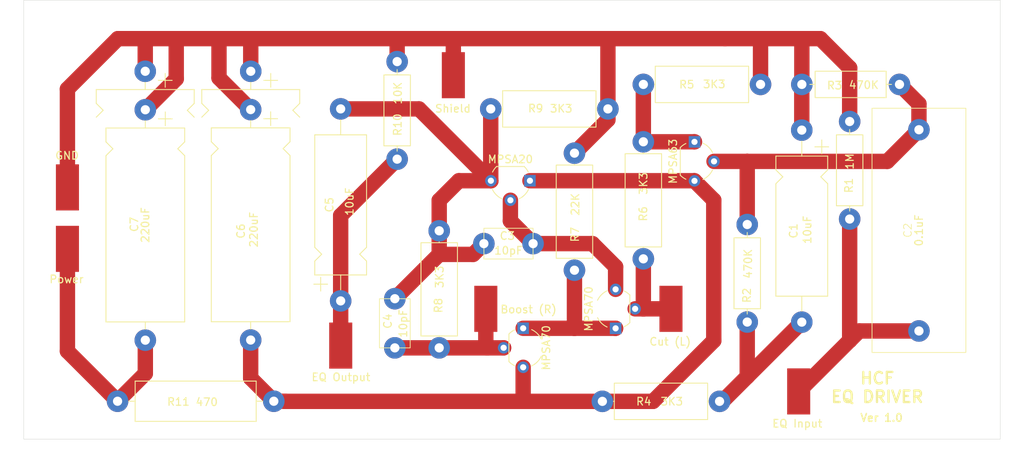
<source format=kicad_pcb>
(kicad_pcb (version 20241229) (generator "pcbnew") (generator_version "9.0")
  (layers (0 "F.Cu" signal) (2 "B.Cu" signal) (13 "F.Paste" user) (15 "B.Paste" user) (5 "F.SilkS" user "F.Silkscreen") (7 "B.SilkS" user "B.Silkscreen") (1 "F.Mask" user) (3 "B.Mask" user) (25 "Edge.Cuts" user))
  (net 0 "")
  (net 1 "Net-(C1-Pad2)")
  (net 2 "GND")
  (net 3 "Net-(C2-Pad1)")
  (net 4 "Net-(Q1-B)")
  (net 5 "Net-(Q2-C)")
  (net 6 "Net-(Q4-C)")
  (net 7 "Net-(Q3-B)")
  (net 8 "Net-(C5-Pad1)")
  (net 9 "Net-(Q1-C)")
  (net 10 "Net-(C7-Pad2)")
  (net 11 "Net-(Q1-E)")
  (net 12 "Net-(Q2-B)")
  (net 13 "Net-(Q2-E)")
  (footprint "HiroFootprints:WirePad" (layer "F.Cu") (at 83.43 98)
    (property "Reference" "TP5" (hide yes))
    (property "Value" "Power" (at -0.12 3.71 0) (layer "F.SilkS"))
    (pad "1" smd rect (at 0 -0.25) (size 3 6) (layers "F.Cu" "F.Mask" "F.Paste") (net 10 "Net-(C7-Pad2)"))
  )
  (footprint "Capacitor_THT:CP_Axial_L30.0mm_D12.5mm_P35.00mm_Horizontal" (layer "F.Cu") (at 107.27 74.63 -90)
    (property "Reference" "REF**" (hide yes))
    (property "Value" "CP_Axial_L30.0mm_D12.5mm_P35.00mm_Horizontal" (hide yes))
    (fp_line (start 2.38 6.37) (end 4.18 6.37) (stroke (width 0.12)) (layer "F.SilkS"))
    (fp_line (start 4.18 6.37) (end 5.08 5.47) (stroke (width 0.12)) (layer "F.SilkS"))
    (fp_line (start 5.08 5.47) (end 5.98 6.37) (stroke (width 0.12)) (layer "F.SilkS"))
    (fp_line (start 1.44 0) (end 2.38 0) (stroke (width 0.12)) (layer "F.SilkS"))
    (fp_line (start 0.28 -2.6) (end 2.08 -2.6) (stroke (width 0.12)) (layer "F.SilkS"))
    (fp_line (start 1.18 -3.5) (end 1.18 -1.7) (stroke (width 0.12)) (layer "F.SilkS"))
    (fp_line (start 5.08 -5.47) (end 5.98 -6.37) (stroke (width 0.12)) (layer "F.SilkS"))
    (fp_line (start 2.38 -6.37) (end 2.38 6.37) (stroke (width 0.12)) (layer "F.SilkS"))
    (fp_line (start 2.38 -6.37) (end 4.18 -6.37) (stroke (width 0.12)) (layer "F.SilkS"))
    (fp_line (start 4.18 -6.37) (end 5.08 -5.47) (stroke (width 0.12)) (layer "F.SilkS"))
    (pad "1" thru_hole circle (at 0 0 270) (size 2.8 2.8) (drill 1.2) (layers "*.Cu" "*.Mask") (net 2 "GND"))
  )
  (footprint "HiroFootprints:WirePad" (layer "F.Cu") (at 178.53 116.56)
    (property "Reference" "TP1" (hide yes))
    (property "Value" "EQ Input" (at -0.18 3.94 0) (layer "F.SilkS"))
    (pad "1" smd rect (at 0 -0.25) (size 3 6) (layers "F.Cu" "F.Mask" "F.Paste") (net 3 "Net-(C2-Pad1)"))
  )
  (footprint "Package_TO_SOT_THT:TO-92_Wide" (layer "F.Cu") (at 142.6975 108.09 -90)
    (property "Reference" "Q3" (hide yes))
    (property "Value" "MPSA70" (at 2.54 -3 90) (layer "F.SilkS"))
    (fp_line (start 0.74 1.85) (end 4.34 1.85) (stroke (width 0.12)) (layer "F.SilkS"))
    (fp_arc (start 0.74 1.85) (mid 0.446097 1.509328) (end 0.215816 1.122795) (stroke (width 0.12)) (layer "F.SilkS"))
    (fp_arc (start 4.864184 1.122795) (mid 4.633903 1.509328) (end 4.34 1.85) (stroke (width 0.12)) (layer "F.SilkS"))
    (fp_arc (start 0.172801 -1.103842) (mid 0.678995 -1.832692) (end 1.4 -2.35) (stroke (width 0.12)) (layer "F.SilkS"))
    (fp_arc (start 3.65 -2.35) (mid 4.382279 -1.833196) (end 4.895458 -1.098371) (stroke (width 0.12)) (layer "F.SilkS"))
    (pad "1" thru_hole rect (at 0 0 270) (size 1.5 1.5) (drill 0.8) (layers "*.Cu" "*.Mask") (net 13 "Net-(Q2-E)"))
    (pad "2" thru_hole circle (at 2.54 2.54 270) (size 1.5 1.5) (drill 0.8) (layers "*.Cu" "*.Mask") (net 7 "Net-(Q3-B)"))
    (pad "3" thru_hole circle (at 5.08 0 270) (size 1.5 1.5) (drill 0.8) (layers "*.Cu" "*.Mask") (net 9 "Net-(Q1-C)"))
  )
  (footprint "MountingHole:MountingHole_4mm" (layer "F.Cu") (at 200.5 118.27)
    (property "Reference" "REF**" (hide yes))
    (property "Value" "MountingHole_4mm")
    (pad "" np_thru_hole circle (at 0 0) (size 4 4) (drill 4) (layers "*.Cu" "*.Mask"))
  )
  (footprint "Capacitor_THT:CP_Axial_L18.0mm_D6.5mm_P25.00mm_Horizontal" (layer "F.Cu") (at 118.9643 104.5272 90)
    (property "Reference" "C5" (at 12.51 -1.4575 90) (layer "F.SilkS"))
    (property "Value" "10uF" (at 12.93 1.1625 90) (layer "F.SilkS"))
    (fp_line (start 2.18 -3.5) (end 2.18 -1.7) (stroke (width 0.12)) (layer "F.SilkS"))
    (fp_line (start 21.62 -3.37) (end 21.62 3.37) (stroke (width 0.12)) (layer "F.SilkS"))
    (fp_line (start 6.98 -3.37) (end 21.62 -3.37) (stroke (width 0.12)) (layer "F.SilkS"))
    (fp_line (start 5.18 -3.37) (end 6.08 -2.47) (stroke (width 0.12)) (layer "F.SilkS"))
    (fp_line (start 3.38 -3.37) (end 5.18 -3.37) (stroke (width 0.12)) (layer "F.SilkS"))
    (fp_line (start 3.38 -3.37) (end 3.38 3.37) (stroke (width 0.12)) (layer "F.SilkS"))
    (fp_line (start 1.28 -2.6) (end 3.08 -2.6) (stroke (width 0.12)) (layer "F.SilkS"))
    (fp_line (start 6.08 -2.47) (end 6.98 -3.37) (stroke (width 0.12)) (layer "F.SilkS"))
    (fp_line (start 23.56 0) (end 21.62 0) (stroke (width 0.12)) (layer "F.SilkS"))
    (fp_line (start 1.44 0) (end 3.38 0) (stroke (width 0.12)) (layer "F.SilkS"))
    (fp_line (start 6.08 2.47) (end 6.98 3.37) (stroke (width 0.12)) (layer "F.SilkS"))
    (fp_line (start 6.98 3.37) (end 21.62 3.37) (stroke (width 0.12)) (layer "F.SilkS"))
    (fp_line (start 5.18 3.37) (end 6.08 2.47) (stroke (width 0.12)) (layer "F.SilkS"))
    (fp_line (start 3.38 3.37) (end 5.18 3.37) (stroke (width 0.12)) (layer "F.SilkS"))
    (pad "1" thru_hole circle (at 0 0 90) (size 2.8 2.8) (drill 1.2) (layers "*.Cu" "*.Mask") (net 8 "Net-(C5-Pad1)"))
    (pad "2" thru_hole circle (at 25 0 90) (size 2.8 2.8) (drill 1.2) (layers "*.Cu" "*.Mask") (net 6 "Net-(Q4-C)"))
  )
  (footprint "Capacitor_THT:CP_Axial_L18.0mm_D6.5mm_P25.00mm_Horizontal" (layer "F.Cu") (at 178.9325 82.29 -90)
    (property "Reference" "C1" (at 13.12 1.0725 90) (layer "F.SilkS"))
    (property "Value" "10uF" (at 12.97 -0.7275 90) (layer "F.SilkS"))
    (fp_line (start 3.38 3.37) (end 5.18 3.37) (stroke (width 0.12)) (layer "F.SilkS"))
    (fp_line (start 5.18 3.37) (end 6.08 2.47) (stroke (width 0.12)) (layer "F.SilkS"))
    (fp_line (start 6.98 3.37) (end 21.62 3.37) (stroke (width 0.12)) (layer "F.SilkS"))
    (fp_line (start 6.08 2.47) (end 6.98 3.37) (stroke (width 0.12)) (layer "F.SilkS"))
    (fp_line (start 1.44 0) (end 3.38 0) (stroke (width 0.12)) (layer "F.SilkS"))
    (fp_line (start 23.56 0) (end 21.62 0) (stroke (width 0.12)) (layer "F.SilkS"))
    (fp_line (start 6.08 -2.47) (end 6.98 -3.37) (stroke (width 0.12)) (layer "F.SilkS"))
    (fp_line (start 1.28 -2.6) (end 3.08 -2.6) (stroke (width 0.12)) (layer "F.SilkS"))
    (fp_line (start 3.38 -3.37) (end 3.38 3.37) (stroke (width 0.12)) (layer "F.SilkS"))
    (fp_line (start 3.38 -3.37) (end 5.18 -3.37) (stroke (width 0.12)) (layer "F.SilkS"))
    (fp_line (start 5.18 -3.37) (end 6.08 -2.47) (stroke (width 0.12)) (layer "F.SilkS"))
    (fp_line (start 6.98 -3.37) (end 21.62 -3.37) (stroke (width 0.12)) (layer "F.SilkS"))
    (fp_line (start 21.62 -3.37) (end 21.62 3.37) (stroke (width 0.12)) (layer "F.SilkS"))
    (fp_line (start 2.18 -3.5) (end 2.18 -1.7) (stroke (width 0.12)) (layer "F.SilkS"))
    (pad "1" thru_hole circle (at 0 0 270) (size 2.8 2.8) (drill 1.2) (layers "*.Cu" "*.Mask") (net 2 "GND"))
    (pad "2" thru_hole circle (at 25 0 270) (size 2.8 2.8) (drill 1.2) (layers "*.Cu" "*.Mask") (net 1 "Net-(C1-Pad2)"))
  )
  (footprint "Resistor_THT:R_Axial_DIN0414_L11.9mm_D4.5mm_P15.24mm_Horizontal" (layer "F.Cu") (at 158.33 76.34)
    (property "Reference" "R5" (at 5.64 0.02 0) (layer "F.SilkS"))
    (property "Value" "3K3" (at 9.22 -0.02 0) (layer "F.SilkS"))
    (fp_line (start 1.44 0) (end 1.55 0) (stroke (width 0.12)) (layer "F.SilkS"))
    (fp_line (start 13.8 0) (end 13.69 0) (stroke (width 0.12)) (layer "F.SilkS"))
    (fp_rect (start 1.55 -2.37) (end 13.69 2.37) (stroke (width 0.12)) (fill no) (layer "F.SilkS"))
    (pad "1" thru_hole circle (at 0 0) (size 2.8 2.8) (drill 1.2) (layers "*.Cu" "*.Mask") (net 11 "Net-(Q1-E)"))
    (pad "2" thru_hole circle (at 15.24 0) (size 2.8 2.8) (drill 1.2) (layers "*.Cu" "*.Mask") (net 2 "GND"))
  )
  (footprint "HiroFootprints:10_47_120_180_250_500pF_1KV_Cer_6.4_4.0_6.4" (layer "F.Cu") (at 126.01 110.64 90)
    (property "Reference" "C4" (at 3.4762 -0.9224 90) (layer "F.SilkS"))
    (property "Value" "10pF" (at 3.1762 1.0876 90) (layer "F.SilkS"))
    (fp_rect (start 0 -2) (end 6.4 2) (stroke (width 0.1)) (fill no) (layer "F.SilkS"))
    (pad "1" thru_hole circle (at 0 0 90) (size 2.8 2.8) (drill 1.2) (layers "*.Cu" "*.Mask") (net 7 "Net-(Q3-B)"))
    (pad "2" thru_hole circle (at 6.4 0 90) (size 2.8 2.8) (drill 1.2) (layers "*.Cu" "*.Mask") (net 6 "Net-(Q4-C)"))
  )
  (footprint "MountingHole:MountingHole_4mm" (layer "F.Cu") (at 200.5 69.63)
    (property "Reference" "REF**" (hide yes))
    (property "Value" "MountingHole_4mm")
    (pad "" np_thru_hole circle (at 0 0) (size 4 4) (drill 4) (layers "*.Cu" "*.Mask"))
  )
  (footprint "HiroFootprints:WirePad" (layer "F.Cu") (at 83.43 90)
    (property "Reference" "TP6" (hide yes))
    (property "Value" "GND" (at -0.05 -4.39 0) (layer "F.SilkS"))
    (pad "1" smd rect (at 0 -0.25) (size 3 6) (layers "F.Cu" "F.Mask" "F.Paste") (net 2 "GND"))
  )
  (footprint "MountingHole:MountingHole_4mm" (layer "F.Cu") (at 82 69.63)
    (property "Reference" "REF**" (hide yes))
    (property "Value" "MountingHole_4mm")
    (pad "" np_thru_hole circle (at 0 0) (size 4 4) (drill 4) (layers "*.Cu" "*.Mask"))
  )
  (footprint "Resistor_THT:R_Axial_DIN0414_L11.9mm_D4.5mm_P15.24mm_Horizontal" (layer "F.Cu") (at 138.48 79.53)
    (property "Reference" "R9" (at 5.84 -0.06 0) (layer "F.SilkS"))
    (property "Value" "3K3" (at 9.17 -0.04 0) (layer "F.SilkS"))
    (fp_line (start 1.44 0) (end 1.55 0) (stroke (width 0.12)) (layer "F.SilkS"))
    (fp_line (start 13.8 0) (end 13.69 0) (stroke (width 0.12)) (layer "F.SilkS"))
    (fp_rect (start 1.55 -2.37) (end 13.69 2.37) (stroke (width 0.12)) (fill no) (layer "F.SilkS"))
    (pad "1" thru_hole circle (at 0 0) (size 2.8 2.8) (drill 1.2) (layers "*.Cu" "*.Mask") (net 6 "Net-(Q4-C)"))
    (pad "2" thru_hole circle (at 15.24 0) (size 2.8 2.8) (drill 1.2) (layers "*.Cu" "*.Mask") (net 2 "GND"))
  )
  (footprint "HiroFootprints:WirePad" (layer "F.Cu") (at 133.62 75.39)
    (property "Reference" "TP7" (hide yes))
    (property "Value" "Shield" (at -0.06 4.1 0) (layer "F.SilkS"))
    (pad "1" smd rect (at 0 -0.25) (size 3 6) (layers "F.Cu" "F.Mask" "F.Paste") (net 2 "GND"))
  )
  (footprint "Resistor_THT:R_Axial_DIN0309_L9.0mm_D3.2mm_P12.70mm_Horizontal" (layer "F.Cu") (at 191.64 76.34 180)
    (property "Reference" "R3" (at 8.44 -0.14 180) (layer "F.SilkS"))
    (property "Value" "470K" (at 4.64 -0.08 180) (layer "F.SilkS"))
    (fp_line (start 11.66 0) (end 10.97 0) (stroke (width 0.12)) (layer "F.SilkS"))
    (fp_line (start 1.04 0) (end 1.73 0) (stroke (width 0.12)) (layer "F.SilkS"))
    (fp_rect (start 1.73 -1.72) (end 10.97 1.72) (stroke (width 0.12)) (fill no) (layer "F.SilkS"))
    (pad "1" thru_hole circle (at 0 0 180) (size 2.8 2.8) (drill 1.2) (layers "*.Cu" "*.Mask") (net 4 "Net-(Q1-B)"))
    (pad "2" thru_hole circle (at 12.7 0 180) (size 2.8 2.8) (drill 1.2) (layers "*.Cu" "*.Mask") (net 2 "GND"))
  )
  (footprint "Resistor_THT:R_Axial_DIN0309_L9.0mm_D3.2mm_P12.70mm_Horizontal" (layer "F.Cu") (at 126.31 86.07 90)
    (property "Reference" "R10" (at 4.48 0.06 90) (layer "F.SilkS"))
    (property "Value" "10K" (at 8.59 0.09 90) (layer "F.SilkS"))
    (fp_line (start 11.66 0) (end 10.97 0) (stroke (width 0.12)) (layer "F.SilkS"))
    (fp_line (start 1.04 0) (end 1.73 0) (stroke (width 0.12)) (layer "F.SilkS"))
    (fp_rect (start 1.73 -1.72) (end 10.97 1.72) (stroke (width 0.12)) (fill no) (layer "F.SilkS"))
    (pad "1" thru_hole circle (at 0 0 90) (size 2.8 2.8) (drill 1.2) (layers "*.Cu" "*.Mask") (net 8 "Net-(C5-Pad1)"))
    (pad "2" thru_hole circle (at 12.7 0 90) (size 2.8 2.8) (drill 1.2) (layers "*.Cu" "*.Mask") (net 2 "GND"))
  )
  (footprint "Resistor_THT:R_Axial_DIN0309_L9.0mm_D3.2mm_P12.70mm_Horizontal" (layer "F.Cu") (at 171.84 107.28 90)
    (property "Reference" "R2" (at 3.47 -0.04 90) (layer "F.SilkS"))
    (property "Value" "470K" (at 7.58 0.11 90) (layer "F.SilkS"))
    (fp_line (start 11.66 0) (end 10.97 0) (stroke (width 0.12)) (layer "F.SilkS"))
    (fp_line (start 1.04 0) (end 1.73 0) (stroke (width 0.12)) (layer "F.SilkS"))
    (fp_rect (start 1.73 -1.72) (end 10.97 1.72) (stroke (width 0.12)) (fill no) (layer "F.SilkS"))
    (pad "1" thru_hole circle (at 0 0 90) (size 2.8 2.8) (drill 1.2) (layers "*.Cu" "*.Mask") (net 1 "Net-(C1-Pad2)"))
    (pad "2" thru_hole circle (at 12.7 0 90) (size 2.8 2.8) (drill 1.2) (layers "*.Cu" "*.Mask") (net 4 "Net-(Q1-B)"))
  )
  (footprint "HiroFootprints:715P10454LAD3" (layer "F.Cu") (at 194.17 108.44 90)
    (property "Reference" "C2" (at 13.1 -1.45 90) (layer "F.SilkS") (effects (font (thickness 0.1))))
    (property "Value" "0.1uF" (at 13.1 0 90) (layer "F.SilkS"))
    (fp_rect (start -2.8 -6.1) (end 29 6.1) (stroke (width 0.1)) (fill no) (layer "F.SilkS"))
    (pad "1" thru_hole circle (at 0 0 90) (size 2.8 2.8) (drill 1.2) (layers "*.Cu" "*.Mask") (net 3 "Net-(C2-Pad1)"))
    (pad "2" thru_hole circle (at 26.2 0 90) (size 2.8 2.8) (drill 1.2) (layers "*.Cu" "*.Mask") (net 4 "Net-(Q1-B)"))
  )
  (footprint "Package_TO_SOT_THT:TO-92_Wide" (layer "F.Cu") (at 143.58 88.88 180)
    (property "Reference" "Q4" (hide yes))
    (property "Value" "MPSA20" (at 2.54 2.79 180) (layer "F.SilkS"))
    (fp_line (start 0.74 1.85) (end 4.34 1.85) (stroke (width 0.12)) (layer "F.SilkS"))
    (fp_arc (start 4.864184 1.122795) (mid 4.633903 1.509328) (end 4.34 1.85) (stroke (width 0.12)) (layer "F.SilkS"))
    (fp_arc (start 3.65 -2.35) (mid 4.382279 -1.833196) (end 4.895458 -1.098371) (stroke (width 0.12)) (layer "F.SilkS"))
    (fp_arc (start 0.74 1.85) (mid 0.446097 1.509328) (end 0.215816 1.122795) (stroke (width 0.12)) (layer "F.SilkS"))
    (fp_arc (start 0.172801 -1.103842) (mid 0.678995 -1.832692) (end 1.4 -2.35) (stroke (width 0.12)) (layer "F.SilkS"))
    (pad "1" thru_hole rect (at 0 0 180) (size 1.5 1.5) (drill 0.8) (layers "*.Cu" "*.Mask") (net 9 "Net-(Q1-C)"))
    (pad "2" thru_hole circle (at 2.54 -2.54 180) (size 1.5 1.5) (drill 0.8) (layers "*.Cu" "*.Mask") (net 5 "Net-(Q2-C)"))
    (pad "3" thru_hole circle (at 5.08 0 180) (size 1.5 1.5) (drill 0.8) (layers "*.Cu" "*.Mask") (net 6 "Net-(Q4-C)"))
  )
  (footprint "Resistor_THT:R_Axial_DIN0414_L11.9mm_D4.5mm_P15.24mm_Horizontal" (layer "F.Cu") (at 149.37 100.53 90)
    (property "Reference" "R7" (at 4.65 0.07 90) (layer "F.SilkS"))
    (property "Value" "22K" (at 8.57 0.11 90) (layer "F.SilkS"))
    (fp_line (start 13.8 0) (end 13.69 0) (stroke (width 0.12)) (layer "F.SilkS"))
    (fp_line (start 1.44 0) (end 1.55 0) (stroke (width 0.12)) (layer "F.SilkS"))
    (fp_rect (start 1.55 -2.37) (end 13.69 2.37) (stroke (width 0.12)) (fill no) (layer "F.SilkS"))
    (pad "1" thru_hole circle (at 0 0 90) (size 2.8 2.8) (drill 1.2) (layers "*.Cu" "*.Mask") (net 13 "Net-(Q2-E)"))
    (pad "2" thru_hole circle (at 15.24 0 90) (size 2.8 2.8) (drill 1.2) (layers "*.Cu" "*.Mask") (net 2 "GND"))
  )
  (footprint "Package_TO_SOT_THT:TO-92_Wide" (layer "F.Cu") (at 164.98 83.82 -90)
    (property "Reference" "Q1" (hide yes))
    (property "Value" "MPSA63" (at 2.54 2.79 90) (layer "F.SilkS"))
    (fp_line (start 0.74 1.85) (end 4.34 1.85) (stroke (width 0.12)) (layer "F.SilkS"))
    (fp_arc (start 0.74 1.85) (mid 0.446097 1.509328) (end 0.215816 1.122795) (stroke (width 0.12)) (layer "F.SilkS"))
    (fp_arc (start 4.864184 1.122795) (mid 4.633903 1.509328) (end 4.34 1.85) (stroke (width 0.12)) (layer "F.SilkS"))
    (fp_arc (start 0.172801 -1.103842) (mid 0.678995 -1.832692) (end 1.4 -2.35) (stroke (width 0.12)) (layer "F.SilkS"))
    (fp_arc (start 3.65 -2.35) (mid 4.382279 -1.833196) (end 4.895458 -1.098371) (stroke (width 0.12)) (layer "F.SilkS"))
    (pad "1" thru_hole rect (at 0 0 270) (size 1.5 1.5) (drill 0.8) (layers "*.Cu" "*.Mask") (net 11 "Net-(Q1-E)"))
    (pad "2" thru_hole circle (at 2.54 -2.54 270) (size 1.5 1.5) (drill 0.8) (layers "*.Cu" "*.Mask") (net 4 "Net-(Q1-B)"))
    (pad "3" thru_hole circle (at 5.08 0 270) (size 1.5 1.5) (drill 0.8) (layers "*.Cu" "*.Mask") (net 9 "Net-(Q1-C)"))
  )
  (footprint "MountingHole:MountingHole_4mm" (layer "F.Cu") (at 82 118.27)
    (property "Reference" "REF**" (hide yes))
    (property "Value" "MountingHole_4mm")
    (pad "" np_thru_hole circle (at 0 0) (size 4 4) (drill 4) (layers "*.Cu" "*.Mask"))
  )
  (footprint "Resistor_THT:R_Axial_DIN0414_L11.9mm_D4.5mm_P15.24mm_Horizontal" (layer "F.Cu") (at 158.33 99.05 90)
    (property "Reference" "R6" (at 5.86 -0.02 90) (layer "F.SilkS"))
    (property "Value" "3K3" (at 9.82 0.01 90) (layer "F.SilkS"))
    (fp_line (start 13.8 0) (end 13.69 0) (stroke (width 0.12)) (layer "F.SilkS"))
    (fp_line (start 1.44 0) (end 1.55 0) (stroke (width 0.12)) (layer "F.SilkS"))
    (fp_rect (start 1.55 -2.37) (end 13.69 2.37) (stroke (width 0.12)) (fill no) (layer "F.SilkS"))
    (pad "1" thru_hole circle (at 0 0 90) (size 2.8 2.8) (drill 1.2) (layers "*.Cu" "*.Mask") (net 12 "Net-(Q2-B)"))
    (pad "2" thru_hole circle (at 15.24 0 90) (size 2.8 2.8) (drill 1.2) (layers "*.Cu" "*.Mask") (net 11 "Net-(Q1-E)"))
  )
  (footprint "HiroFootprints:WirePad" (layer "F.Cu") (at 161.92 105.81)
    (property "Reference" "TP2" (hide yes))
    (property "Value" "Cut (L)" (at -0.1 4.02 0) (layer "F.SilkS"))
    (pad "1" smd rect (at 0 -0.25) (size 3 6) (layers "F.Cu" "F.Mask" "F.Paste") (net 12 "Net-(Q2-B)"))
  )
  (footprint "Package_TO_SOT_THT:TO-92_Wide" (layer "F.Cu") (at 154.72 108.1 90)
    (property "Reference" "Q2" (hide yes))
    (property "Value" "MPSA70" (at 2.54 -3.5 90) (layer "F.SilkS"))
    (fp_line (start 0.74 1.85) (end 4.34 1.85) (stroke (width 0.12)) (layer "F.SilkS"))
    (fp_arc (start 3.65 -2.35) (mid 4.382279 -1.833196) (end 4.895458 -1.098371) (stroke (width 0.12)) (layer "F.SilkS"))
    (fp_arc (start 0.172801 -1.103842) (mid 0.678995 -1.832692) (end 1.4 -2.35) (stroke (width 0.12)) (layer "F.SilkS"))
    (fp_arc (start 4.864184 1.122795) (mid 4.633903 1.509328) (end 4.34 1.85) (stroke (width 0.12)) (layer "F.SilkS"))
    (fp_arc (start 0.74 1.85) (mid 0.446097 1.509328) (end 0.215816 1.122795) (stroke (width 0.12)) (layer "F.SilkS"))
    (pad "1" thru_hole rect (at 0 0 90) (size 1.5 1.5) (drill 0.8) (layers "*.Cu" "*.Mask") (net 13 "Net-(Q2-E)"))
    (pad "2" thru_hole circle (at 2.54 2.54 90) (size 1.5 1.5) (drill 0.8) (layers "*.Cu" "*.Mask") (net 12 "Net-(Q2-B)"))
    (pad "3" thru_hole circle (at 5.08 0 90) (size 1.5 1.5) (drill 0.8) (layers "*.Cu" "*.Mask") (net 5 "Net-(Q2-C)"))
  )
  (footprint "HiroFootprints:WirePad" (layer "F.Cu") (at 118.9722 110.5946)
    (property "Reference" "TP4" (hide yes))
    (property "Value" "EQ Output" (at 0.0278 3.8654 0) (layer "F.SilkS"))
    (pad "1" smd rect (at 0 -0.25) (size 3 6) (layers "F.Cu" "F.Mask" "F.Paste") (net 8 "Net-(C5-Pad1)"))
  )
  (footprint "Capacitor_THT:CP_Axial_L25.0mm_D10.0mm_P30.00mm_Horizontal" (layer "F.Cu") (at 93.56 79.64 -90)
    (property "Reference" "C7" (at 14.92 1.44 90) (layer "F.SilkS"))
    (property "Value" "220uF" (at 15 0 90) (layer "F.SilkS"))
    (fp_line (start 2.38 5.12) (end 4.18 5.12) (stroke (width 0.12)) (layer "F.SilkS"))
    (fp_line (start 4.18 5.12) (end 5.08 4.22) (stroke (width 0.12)) (layer "F.SilkS"))
    (fp_line (start 5.98 5.12) (end 27.62 5.12) (stroke (width 0.12)) (layer "F.SilkS"))
    (fp_line (start 5.08 4.22) (end 5.98 5.12) (stroke (width 0.12)) (layer "F.SilkS"))
    (fp_line (start 1.44 0) (end 2.38 0) (stroke (width 0.12)) (layer "F.SilkS"))
    (fp_line (start 28.56 0) (end 27.62 0) (stroke (width 0.12)) (layer "F.SilkS"))
    (fp_line (start 0.28 -2.6) (end 2.08 -2.6) (stroke (width 0.12)) (layer "F.SilkS"))
    (fp_line (start 1.18 -3.5) (end 1.18 -1.7) (stroke (width 0.12)) (layer "F.SilkS"))
    (fp_line (start 5.08 -4.22) (end 5.98 -5.12) (stroke (width 0.12)) (layer "F.SilkS"))
    (fp_line (start 2.38 -5.12) (end 2.38 5.12) (stroke (width 0.12)) (layer "F.SilkS"))
    (fp_line (start 2.38 -5.12) (end 4.18 -5.12) (stroke (width 0.12)) (layer "F.SilkS"))
    (fp_line (start 4.18 -5.12) (end 5.08 -4.22) (stroke (width 0.12)) (layer "F.SilkS"))
    (fp_line (start 5.98 -5.12) (end 27.62 -5.12) (stroke (width 0.12)) (layer "F.SilkS"))
    (fp_line (start 27.62 -5.12) (end 27.62 5.12) (stroke (width 0.12)) (layer "F.SilkS"))
    (pad "1" thru_hole circle (at 0 0 270) (size 2.8 2.8) (drill 1.2) (layers "*.Cu" "*.Mask") (net 2 "GND"))
    (pad "2" thru_hole circle (at 30 0 270) (size 2.8 2.8) (drill 1.2) (layers "*.Cu" "*.Mask") (net 10 "Net-(C7-Pad2)"))
  )
  (footprint "Resistor_THT:R_Axial_DIN0414_L11.9mm_D4.5mm_P15.24mm_Horizontal" (layer "F.Cu") (at 168.24 117.605 180)
    (property "Reference" "R4" (at 9.86 -0.025 180) (layer "F.SilkS"))
    (property "Value" "3K3" (at 6.21 -0.025 180) (layer "F.SilkS"))
    (fp_line (start 13.8 0) (end 13.69 0) (stroke (width 0.12)) (layer "F.SilkS"))
    (fp_line (start 1.44 0) (end 1.55 0) (stroke (width 0.12)) (layer "F.SilkS"))
    (fp_rect (start 1.55 -2.37) (end 13.69 2.37) (stroke (width 0.12)) (fill no) (layer "F.SilkS"))
    (pad "1" thru_hole circle (at 0 0 180) (size 2.8 2.8) (drill 1.2) (layers "*.Cu" "*.Mask") (net 1 "Net-(C1-Pad2)"))
    (pad "2" thru_hole circle (at 15.24 0 180) (size 2.8 2.8) (drill 1.2) (layers "*.Cu" "*.Mask") (net 9 "Net-(Q1-C)"))
  )
  (footprint "Resistor_THT:R_Axial_DIN0516_L15.5mm_D5.0mm_P20.32mm_Horizontal" (layer "F.Cu") (at 110.27 117.59 180)
    (property "Reference" "R11" (at 12.41 -0.07 180) (layer "F.SilkS"))
    (property "Value" "470" (at 8.72 -0.11 180) (layer "F.SilkS"))
    (fp_line (start 18.88 0) (end 18.03 0) (stroke (width 0.12)) (layer "F.SilkS"))
    (fp_line (start 18.03 2.62) (end 18.03 -2.62) (stroke (width 0.12)) (layer "F.SilkS"))
    (fp_line (start 18.03 -2.62) (end 2.29 -2.62) (stroke (width 0.12)) (layer "F.SilkS"))
    (fp_line (start 2.29 2.62) (end 18.03 2.62) (stroke (width 0.12)) (layer "F.SilkS"))
    (fp_line (start 2.29 -2.62) (end 2.29 2.62) (stroke (width 0.12)) (layer "F.SilkS"))
    (fp_line (start 1.44 0) (end 2.29 0) (stroke (width 0.12)) (layer "F.SilkS"))
    (pad "1" thru_hole circle (at 0 0 180) (size 2.8 2.8) (drill 1.2) (layers "*.Cu" "*.Mask") (net 9 "Net-(Q1-C)"))
    (pad "2" thru_hole circle (at 20.32 0 180) (size 2.8 2.8) (drill 1.2) (layers "*.Cu" "*.Mask") (net 10 "Net-(C7-Pad2)"))
  )
  (footprint "Capacitor_THT:CP_Axial_L25.0mm_D10.0mm_P30.00mm_Horizontal" (layer "F.Cu") (at 107.26 79.62 -90)
    (property "Reference" "C6" (at 15.82 1.27 90) (layer "F.SilkS"))
    (property "Value" "220uF" (at 15.62 -0.41 90) (layer "F.SilkS"))
    (fp_line (start 2.38 5.12) (end 4.18 5.12) (stroke (width 0.12)) (layer "F.SilkS"))
    (fp_line (start 4.18 5.12) (end 5.08 4.22) (stroke (width 0.12)) (layer "F.SilkS"))
    (fp_line (start 5.98 5.12) (end 27.62 5.12) (stroke (width 0.12)) (layer "F.SilkS"))
    (fp_line (start 5.08 4.22) (end 5.98 5.12) (stroke (width 0.12)) (layer "F.SilkS"))
    (fp_line (start 1.44 0) (end 2.38 0) (stroke (width 0.12)) (layer "F.SilkS"))
    (fp_line (start 28.56 0) (end 27.62 0) (stroke (width 0.12)) (layer "F.SilkS"))
    (fp_line (start 0.28 -2.6) (end 2.08 -2.6) (stroke (width 0.12)) (layer "F.SilkS"))
    (fp_line (start 1.18 -3.5) (end 1.18 -1.7) (stroke (width 0.12)) (layer "F.SilkS"))
    (fp_line (start 5.08 -4.22) (end 5.98 -5.12) (stroke (width 0.12)) (layer "F.SilkS"))
    (fp_line (start 2.38 -5.12) (end 2.38 5.12) (stroke (width 0.12)) (layer "F.SilkS"))
    (fp_line (start 2.38 -5.12) (end 4.18 -5.12) (stroke (width 0.12)) (layer "F.SilkS"))
    (fp_line (start 4.18 -5.12) (end 5.08 -4.22) (stroke (width 0.12)) (layer "F.SilkS"))
    (fp_line (start 5.98 -5.12) (end 27.62 -5.12) (stroke (width 0.12)) (layer "F.SilkS"))
    (fp_line (start 27.62 -5.12) (end 27.62 5.12) (stroke (width 0.12)) (layer "F.SilkS"))
    (pad "1" thru_hole circle (at 0 0 270) (size 2.8 2.8) (drill 1.2) (layers "*.Cu" "*.Mask") (net 2 "GND"))
    (pad "2" thru_hole circle (at 30 0 270) (size 2.8 2.8) (drill 1.2) (layers "*.Cu" "*.Mask") (net 9 "Net-(Q1-C)"))
  )
  (footprint "Resistor_THT:R_Axial_DIN0309_L9.0mm_D3.2mm_P12.70mm_Horizontal" (layer "F.Cu") (at 185.16 93.87 90)
    (property "Reference" "R1" (at 4.37 -0.1 90) (layer "F.SilkS"))
    (property "Value" "1M" (at 7.5 0.01 90) (layer "F.SilkS"))
    (fp_line (start 11.66 0) (end 10.97 0) (stroke (width 0.12)) (layer "F.SilkS"))
    (fp_line (start 1.04 0) (end 1.73 0) (stroke (width 0.12)) (layer "F.SilkS"))
    (fp_rect (start 1.73 -1.72) (end 10.97 1.72) (stroke (width 0.12)) (fill no) (layer "F.SilkS"))
    (pad "1" thru_hole circle (at 0 0 90) (size 2.8 2.8) (drill 1.2) (layers "*.Cu" "*.Mask") (net 3 "Net-(C2-Pad1)"))
    (pad "2" thru_hole circle (at 12.7 0 90) (size 2.8 2.8) (drill 1.2) (layers "*.Cu" "*.Mask") (net 2 "GND"))
  )
  (footprint "Capacitor_THT:CP_Axial_L30.0mm_D12.5mm_P35.00mm_Horizontal" (layer "F.Cu") (at 93.55 74.63 -90)
    (property "Reference" "REF**" (hide yes))
    (property "Value" "CP_Axial_L30.0mm_D12.5mm_P35.00mm_Horizontal" (hide yes))
    (fp_line (start 2.38 6.37) (end 4.18 6.37) (stroke (width 0.12)) (layer "F.SilkS"))
    (fp_line (start 4.18 6.37) (end 5.08 5.47) (stroke (width 0.12)) (layer "F.SilkS"))
    (fp_line (start 5.08 5.47) (end 5.98 6.37) (stroke (width 0.12)) (layer "F.SilkS"))
    (fp_line (start 1.44 0) (end 2.38 0) (stroke (width 0.12)) (layer "F.SilkS"))
    (fp_line (start 0.28 -2.6) (end 2.08 -2.6) (stroke (width 0.12)) (layer "F.SilkS"))
    (fp_line (start 1.18 -3.5) (end 1.18 -1.7) (stroke (width 0.12)) (layer "F.SilkS"))
    (fp_line (start 5.08 -5.47) (end 5.98 -6.37) (stroke (width 0.12)) (layer "F.SilkS"))
    (fp_line (start 2.38 -6.37) (end 2.38 6.37) (stroke (width 0.12)) (layer "F.SilkS"))
    (fp_line (start 2.38 -6.37) (end 4.18 -6.37) (stroke (width 0.12)) (layer "F.SilkS"))
    (fp_line (start 4.18 -6.37) (end 5.08 -5.47) (stroke (width 0.12)) (layer "F.SilkS"))
    (pad "1" thru_hole circle (at 0 0 270) (size 2.8 2.8) (drill 1.2) (layers "*.Cu" "*.Mask") (net 2 "GND"))
  )
  (footprint "Resistor_THT:R_Axial_DIN0414_L11.9mm_D4.5mm_P15.24mm_Horizontal" (layer "F.Cu") (at 131.78 110.64 90)
    (property "Reference" "R8" (at 5.51 -0.1 90) (layer "F.SilkS"))
    (property "Value" "3K3" (at 9.24 0.05 90) (layer "F.SilkS"))
    (fp_line (start 13.8 0) (end 13.69 0) (stroke (width 0.12)) (layer "F.SilkS"))
    (fp_line (start 1.44 0) (end 1.55 0) (stroke (width 0.12)) (layer "F.SilkS"))
    (fp_rect (start 1.55 -2.37) (end 13.69 2.37) (stroke (width 0.12)) (fill no) (layer "F.SilkS"))
    (pad "1" thru_hole circle (at 0 0 90) (size 2.8 2.8) (drill 1.2) (layers "*.Cu" "*.Mask") (net 7 "Net-(Q3-B)"))
    (pad "2" thru_hole circle (at 15.24 0 90) (size 2.8 2.8) (drill 1.2) (layers "*.Cu" "*.Mask") (net 6 "Net-(Q4-C)"))
  )
  (footprint "HiroFootprints:10_47_120_180_250_500pF_1KV_Cer_6.4_4.0_6.4" (layer "F.Cu") (at 143.99 97.07 180)
    (property "Reference" "C3" (at 3.35 1.01 180) (layer "F.SilkS"))
    (property "Value" "10pF" (at 3.2 -0.91 180) (layer "F.SilkS"))
    (fp_rect (start 0 -2) (end 6.4 2) (stroke (width 0.1)) (fill no) (layer "F.SilkS"))
    (pad "1" thru_hole circle (at 0 0 180) (size 2.8 2.8) (drill 1.2) (layers "*.Cu" "*.Mask") (net 5 "Net-(Q2-C)"))
    (pad "2" thru_hole circle (at 6.4 0 180) (size 2.8 2.8) (drill 1.2) (layers "*.Cu" "*.Mask") (net 6 "Net-(Q4-C)"))
  )
  (footprint "HiroFootprints:WirePad" (layer "F.Cu") (at 137.84 105.81)
    (property "Reference" "TP3" (hide yes))
    (property "Value" "Boost (R)" (at 5.56 -0.18 0) (layer "F.SilkS"))
    (pad "1" smd rect (at 0 -0.25) (size 3 6) (layers "F.Cu" "F.Mask" "F.Paste") (net 7 "Net-(Q3-B)"))
  )
  (gr_rect (start 77.75 65.375) (end 204.75 122.525) (stroke (width 0.05)) (fill no) (layer "Edge.Cuts"))
  (gr_text "Ver 1.0" (at 186.44 120.33 0) (layer "F.SilkS") (effects (font (size 1 1) (thickness 0.2) (bold yes)) (justify left bottom)))
  (gr_text "HCF\nEQ DRIVER" (at 188.75 117.89 0) (layer "F.SilkS") (effects (font (size 1.5 1.5) (thickness 0.3) (bold yes)) (justify bottom)))
  (segment (start 178.9325 107.29) (end 171.83625 114.38625) (width 2) (layer "F.Cu") (net 1))
  (segment (start 171.83625 114.38625) (end 168.6175 117.605) (width 2) (layer "F.Cu") (net 1))
  (segment (start 171.84 114.3825) (end 171.83625 114.38625) (width 2) (layer "F.Cu") (net 1))
  (segment (start 171.84 107.28) (end 171.84 114.3825) (width 2) (layer "F.Cu") (net 1))
  (segment (start 168.6175 117.605) (end 168.24 117.605) (width 2) (layer "F.Cu") (net 1))
  (segment (start 153.72 70.38) (end 168.94 70.38) (width 2) (layer "F.Cu") (net 2))
  (segment (start 93.56 79.64) (end 97.58 75.62) (width 2) (layer "F.Cu") (net 2))
  (segment (start 153.72 80.94) (end 149.37 85.29) (width 2) (layer "F.Cu") (net 2))
  (segment (start 153.72 79.53) (end 153.72 70.38) (width 2) (layer "F.Cu") (net 2))
  (segment (start 178.94 70.38) (end 173.55 70.38) (width 2) (layer "F.Cu") (net 2))
  (segment (start 153.72 79.53) (end 153.72 80.94) (width 2) (layer "F.Cu") (net 2))
  (segment (start 89.99 70.38) (end 93.55 70.38) (width 2) (layer "F.Cu") (net 2))
  (segment (start 126.31 70.38) (end 126.31 73.37) (width 2) (layer "F.Cu") (net 2))
  (segment (start 178.9325 76.3475) (end 178.94 76.34) (width 2) (layer "F.Cu") (net 2))
  (segment (start 181.35 70.38) (end 185.16 74.19) (width 2) (layer "F.Cu") (net 2))
  (segment (start 107.26 79.62) (end 103.14 75.5) (width 2) (layer "F.Cu") (net 2))
  (segment (start 93.55 70.38) (end 97.58 70.38) (width 2) (layer "F.Cu") (net 2))
  (segment (start 107.26 70.38) (end 126.31 70.38) (width 2) (layer "F.Cu") (net 2))
  (segment (start 97.58 75.62) (end 97.58 70.38) (width 2) (layer "F.Cu") (net 2))
  (segment (start 97.58 70.38) (end 103.12 70.38) (width 2) (layer "F.Cu") (net 2))
  (segment (start 173.57 76.34) (end 173.57 70.4) (width 2) (layer "F.Cu") (net 2))
  (segment (start 126.31 70.38) (end 133.62 70.38) (width 2) (layer "F.Cu") (net 2))
  (segment (start 93.55 74.63) (end 93.55 70.38) (width 2) (layer "F.Cu") (net 2))
  (segment (start 173.57 70.4) (end 173.55 70.38) (width 2) (layer "F.Cu") (net 2))
  (segment (start 83.43 76.94) (end 89.99 70.38) (width 2) (layer "F.Cu") (net 2))
  (segment (start 103.12 70.38) (end 107.26 70.38) (width 2) (layer "F.Cu") (net 2))
  (segment (start 103.14 70.4) (end 103.12 70.38) (width 2) (layer "F.Cu") (net 2))
  (segment (start 133.62 75.14) (end 133.62 70.38) (width 2) (layer "F.Cu") (net 2))
  (segment (start 181.35 70.38) (end 178.94 70.38) (width 2) (layer "F.Cu") (net 2))
  (segment (start 178.9325 82.29) (end 178.9325 76.3475) (width 2) (layer "F.Cu") (net 2))
  (segment (start 83.43 76.94) (end 83.43 90) (width 2) (layer "F.Cu") (net 2))
  (segment (start 133.62 70.38) (end 153.72 70.38) (width 2) (layer "F.Cu") (net 2))
  (segment (start 185.16 74.19) (end 185.16 81.17) (width 2) (layer "F.Cu") (net 2))
  (segment (start 178.94 76.34) (end 178.94 70.38) (width 2) (layer "F.Cu") (net 2))
  (segment (start 107.27 70.39) (end 107.26 70.38) (width 2) (layer "F.Cu") (net 2))
  (segment (start 168.94 70.38) (end 173.55 70.38) (width 2) (layer "F.Cu") (net 2))
  (segment (start 103.14 75.5) (end 103.14 70.4) (width 2) (layer "F.Cu") (net 2))
  (segment (start 107.27 74.63) (end 107.27 70.39) (width 2) (layer "F.Cu") (net 2))
  (segment (start 185.17 109.68) (end 186.41 108.44) (width 2) (layer "F.Cu") (net 3))
  (segment (start 185.16 93.87) (end 185.16 109.68) (width 2) (layer "F.Cu") (net 3))
  (segment (start 185.16 109.68) (end 178.53 116.31) (width 2) (layer "F.Cu") (net 3))
  (segment (start 186.41 108.44) (end 194.17 108.44) (width 2) (layer "F.Cu") (net 3))
  (segment (start 185.16 109.68) (end 185.17 109.68) (width 2) (layer "F.Cu") (net 3))
  (segment (start 191.64 76.34) (end 194.17 78.87) (width 2) (layer "F.Cu") (net 4))
  (segment (start 194.17 78.87) (end 194.17 82.24) (width 2) (layer "F.Cu") (net 4))
  (segment (start 194.17 82.24) (end 190.05 86.36) (width 2) (layer "F.Cu") (net 4))
  (segment (start 171.84 86.36) (end 167.52 86.36) (width 2) (layer "F.Cu") (net 4))
  (segment (start 171.84 94.58) (end 171.84 86.36) (width 2) (layer "F.Cu") (net 4))
  (segment (start 190.05 86.36) (end 171.84 86.36) (width 2) (layer "F.Cu") (net 4))
  (segment (start 141.04 91.42) (end 141.04 94.12) (width 2) (layer "F.Cu") (net 5))
  (segment (start 141.04 94.12) (end 143.99 97.07) (width 2) (layer "F.Cu") (net 5))
  (segment (start 154.72 100.08) (end 151.71 97.07) (width 2) (layer "F.Cu") (net 5))
  (segment (start 151.71 97.07) (end 143.99 97.07) (width 2) (layer "F.Cu") (net 5))
  (segment (start 154.72 103.02) (end 154.72 100.08) (width 2) (layer "F.Cu") (net 5))
  (segment (start 131.78 98.47) (end 136.190001 98.469999) (width 2) (layer "F.Cu") (net 6))
  (segment (start 131.78 98.47) (end 126.01 104.24) (width 2) (layer "F.Cu") (net 6))
  (segment (start 118.9671 79.53) (end 118.9643 79.5272) (width 2) (layer "F.Cu") (net 6))
  (segment (start 118.9643 79.5272) (end 129.1472 79.5272) (width 2) (layer "F.Cu") (net 6))
  (segment (start 131.78 95.4) (end 131.78 91.44) (width 2) (layer "F.Cu") (net 6))
  (segment (start 138.48 79.53) (end 138.48 88.86) (width 2) (layer "F.Cu") (net 6))
  (segment (start 134.34 88.88) (end 138.5 88.88) (width 2) (layer "F.Cu") (net 6))
  (segment (start 136.190001 98.469999) (end 137.59 97.07) (width 2) (layer "F.Cu") (net 6))
  (segment (start 129.1472 79.5272) (end 138.5 88.88) (width 2) (layer "F.Cu") (net 6))
  (segment (start 138.48 88.86) (end 138.5 88.88) (width 2) (layer "F.Cu") (net 6))
  (segment (start 131.78 95.4) (end 131.78 98.47) (width 2) (layer "F.Cu") (net 6))
  (segment (start 131.78 91.44) (end 134.34 88.88) (width 2) (layer "F.Cu") (net 6))
  (segment (start 140.1475 110.64) (end 140.1575 110.63) (width 2) (layer "F.Cu") (net 7))
  (segment (start 138.04 110.64) (end 140.1475 110.64) (width 2) (layer "F.Cu") (net 7))
  (segment (start 131.78 110.64) (end 126.01 110.64) (width 2) (layer "F.Cu") (net 7))
  (segment (start 137.84 110.44) (end 138.04 110.64) (width 2) (layer "F.Cu") (net 7))
  (segment (start 137.84 105.56) (end 137.84 110.44) (width 2) (layer "F.Cu") (net 7))
  (segment (start 131.78 110.64) (end 138.04 110.64) (width 2) (layer "F.Cu") (net 7))
  (segment (start 118.9643 110.3367) (end 118.9722 110.3446) (width 2) (layer "F.Cu") (net 8))
  (segment (start 118.9643 104.5272) (end 118.9643 93.4157) (width 2) (layer "F.Cu") (net 8))
  (segment (start 118.9643 93.4157) (end 126.31 86.07) (width 2) (layer "F.Cu") (net 8))
  (segment (start 118.9643 104.5272) (end 118.9643 110.3367) (width 2) (layer "F.Cu") (net 8))
  (segment (start 111.715 117.605) (end 142.65 117.605) (width 2) (layer "F.Cu") (net 9))
  (segment (start 167.4862 109.7056) (end 167.4862 91.4062) (width 2) (layer "F.Cu") (net 9))
  (segment (start 153 117.605) (end 159.5868 117.605) (width 2) (layer "F.Cu") (net 9))
  (segment (start 142.6975 117.5575) (end 142.65 117.605) (width 2) (layer "F.Cu") (net 9))
  (segment (start 143.58 88.88) (end 164.96 88.88) (width 2) (layer "F.Cu") (net 9))
  (segment (start 142.6975 113.17) (end 142.6975 117.5575) (width 2) (layer "F.Cu") (net 9))
  (segment (start 159.5868 117.605) (end 167.4862 109.7056) (width 2) (layer "F.Cu") (net 9))
  (segment (start 107.26 114.58) (end 110.27 117.59) (width 2) (layer "F.Cu") (net 9))
  (segment (start 142.65 117.605) (end 153 117.605) (width 2) (layer "F.Cu") (net 9))
  (segment (start 111.7 117.59) (end 111.715 117.605) (width 2) (layer "F.Cu") (net 9))
  (segment (start 110.27 117.59) (end 111.7 117.59) (width 2) (layer "F.Cu") (net 9))
  (segment (start 107.26 109.62) (end 107.26 114.58) (width 2) (layer "F.Cu") (net 9))
  (segment (start 167.4862 91.4062) (end 164.98 88.9) (width 2) (layer "F.Cu") (net 9))
  (segment (start 164.96 88.88) (end 164.98 88.9) (width 2) (layer "F.Cu") (net 9))
  (segment (start 93.56 113.98) (end 93.56 109.64) (width 2) (layer "F.Cu") (net 10))
  (segment (start 83.43 111.07) (end 83.43 98) (width 2) (layer "F.Cu") (net 10))
  (segment (start 83.43 111.07) (end 89.95 117.59) (width 2) (layer "F.Cu") (net 10))
  (segment (start 89.95 117.59) (end 93.56 113.98) (width 2) (layer "F.Cu") (net 10))
  (segment (start 158.33 83.81) (end 164.97 83.81) (width 2) (layer "F.Cu") (net 11))
  (segment (start 158.33 83.81) (end 158.33 76.34) (width 2) (layer "F.Cu") (net 11))
  (segment (start 164.97 83.81) (end 164.98 83.82) (width 2) (layer "F.Cu") (net 11))
  (segment (start 158.33 99.05) (end 158.33 105.55) (width 2) (layer "F.Cu") (net 12))
  (segment (start 157.26 105.56) (end 158.34 105.56) (width 2) (layer "F.Cu") (net 12))
  (segment (start 158.34 105.56) (end 161.92 105.56) (width 2) (layer "F.Cu") (net 12))
  (segment (start 158.33 105.55) (end 158.34 105.56) (width 2) (layer "F.Cu") (net 12))
  (segment (start 142.6975 108.09) (end 149.37 108.09) (width 2) (layer "F.Cu") (net 13))
  (segment (start 154.71 108.09) (end 154.72 108.1) (width 2) (layer "F.Cu") (net 13))
  (segment (start 149.37 100.53) (end 149.37 108.09) (width 2) (layer "F.Cu") (net 13))
  (segment (start 149.37 108.09) (end 154.71 108.09) (width 2) (layer "F.Cu") (net 13))
)
</source>
